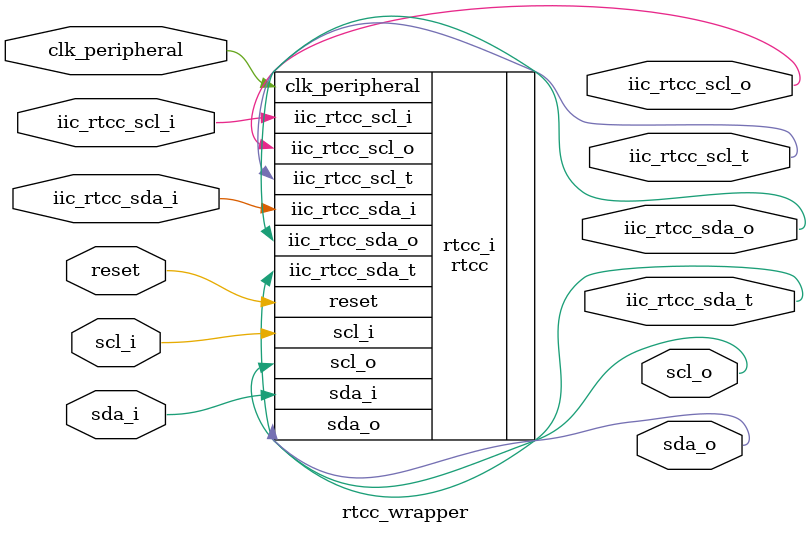
<source format=v>
`timescale 1 ps / 1 ps

module rtcc_wrapper
   (clk_peripheral,
    iic_rtcc_scl_i,
    iic_rtcc_scl_o,
    iic_rtcc_scl_t,
    iic_rtcc_sda_i,
    iic_rtcc_sda_o,
    iic_rtcc_sda_t,
    reset,
    scl_i,
    scl_o,
    sda_i,
    sda_o);
  input clk_peripheral;
  input iic_rtcc_scl_i;
  output iic_rtcc_scl_o;
  output iic_rtcc_scl_t;
  input iic_rtcc_sda_i;
  output iic_rtcc_sda_o;
  output iic_rtcc_sda_t;
  input reset;
  input scl_i;
  output scl_o;
  input sda_i;
  output sda_o;

  wire clk_peripheral;
  wire iic_rtcc_scl_i;
  wire iic_rtcc_scl_o;
  wire iic_rtcc_scl_t;
  wire iic_rtcc_sda_i;
  wire iic_rtcc_sda_o;
  wire iic_rtcc_sda_t;
  wire reset;
  wire scl_i;
  wire scl_o;
  wire sda_i;
  wire sda_o;

  rtcc rtcc_i
       (.clk_peripheral(clk_peripheral),
        .iic_rtcc_scl_i(iic_rtcc_scl_i),
        .iic_rtcc_scl_o(iic_rtcc_scl_o),
        .iic_rtcc_scl_t(iic_rtcc_scl_t),
        .iic_rtcc_sda_i(iic_rtcc_sda_i),
        .iic_rtcc_sda_o(iic_rtcc_sda_o),
        .iic_rtcc_sda_t(iic_rtcc_sda_t),
        .reset(reset),
        .scl_i(scl_i),
        .scl_o(scl_o),
        .sda_i(sda_i),
        .sda_o(sda_o));
endmodule

</source>
